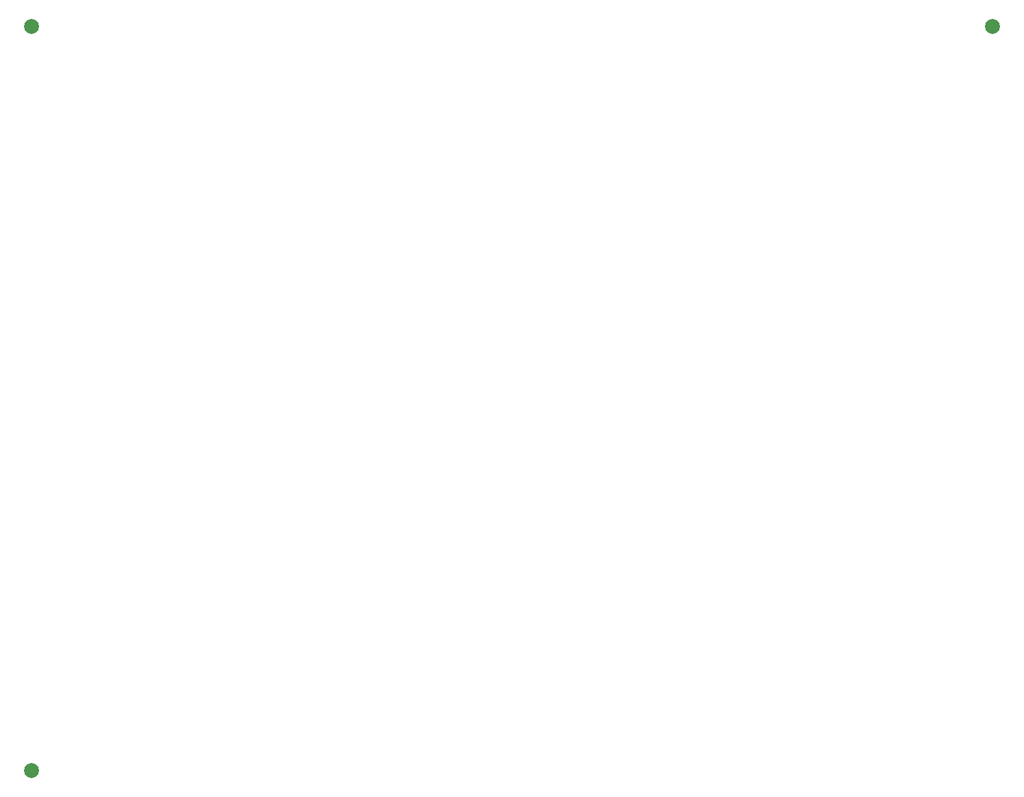
<source format=gbp>
G04 #@! TF.GenerationSoftware,KiCad,Pcbnew,(6.0.11)*
G04 #@! TF.CreationDate,2023-02-11T18:44:03+01:00*
G04 #@! TF.ProjectId,udb-s-panel,7564622d-732d-4706-916e-656c2e6b6963,rev?*
G04 #@! TF.SameCoordinates,Original*
G04 #@! TF.FileFunction,Paste,Bot*
G04 #@! TF.FilePolarity,Positive*
%FSLAX46Y46*%
G04 Gerber Fmt 4.6, Leading zero omitted, Abs format (unit mm)*
G04 Created by KiCad (PCBNEW (6.0.11)) date 2023-02-11 18:44:03*
%MOMM*%
%LPD*%
G01*
G04 APERTURE LIST*
%ADD10C,2.000000*%
G04 APERTURE END LIST*
D10*
G04 #@! TO.C,REF\u002A\u002A*
X131497205Y102500020D03*
G04 #@! TD*
G04 #@! TO.C,REF\u002A\u002A*
X2500000Y102500020D03*
G04 #@! TD*
G04 #@! TO.C,REF\u002A\u002A*
X2500000Y2500000D03*
G04 #@! TD*
M02*

</source>
